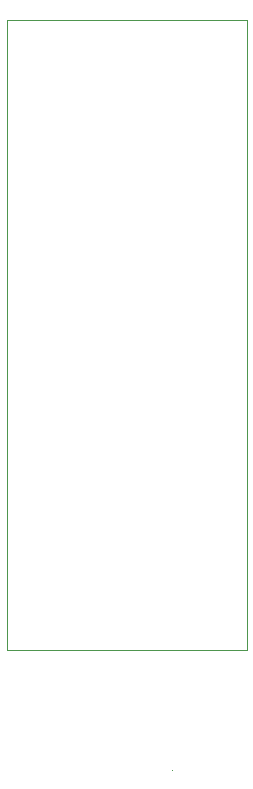
<source format=gbr>
%TF.GenerationSoftware,KiCad,Pcbnew,7.0.1*%
%TF.CreationDate,2023-06-01T10:46:18-07:00*%
%TF.ProjectId,tn_vdp_v2_socket,746e5f76-6470-45f7-9632-5f736f636b65,rev?*%
%TF.SameCoordinates,Original*%
%TF.FileFunction,Profile,NP*%
%FSLAX46Y46*%
G04 Gerber Fmt 4.6, Leading zero omitted, Abs format (unit mm)*
G04 Created by KiCad (PCBNEW 7.0.1) date 2023-06-01 10:46:18*
%MOMM*%
%LPD*%
G01*
G04 APERTURE LIST*
%TA.AperFunction,Profile*%
%ADD10C,0.100000*%
%TD*%
G04 APERTURE END LIST*
D10*
X159385000Y-100965000D02*
X159385000Y-47625000D01*
X173355000Y-111125000D02*
X173355000Y-111125000D01*
X179705000Y-100965000D02*
X159385000Y-100965000D01*
X179705000Y-47625000D02*
X179705000Y-100965000D01*
X179705000Y-47625000D02*
X159385000Y-47625000D01*
M02*

</source>
